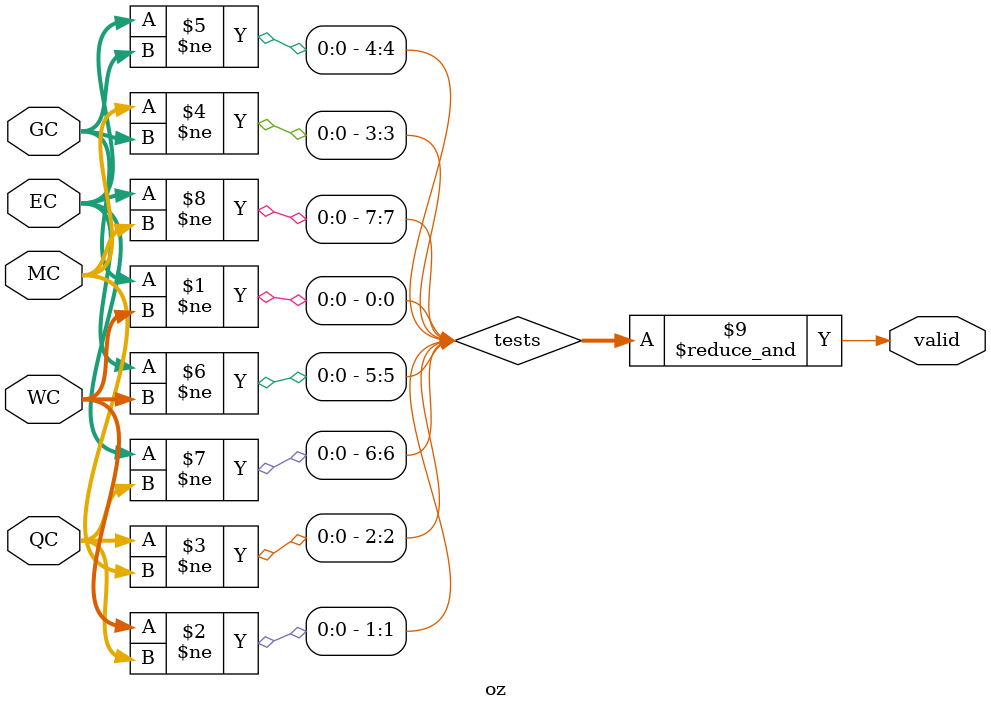
<source format=v>

module oz (GC, WC, QC, MC, EC, valid);
    input [1:0]GC, WC, QC, MC, EC;
    output valid;

    wire [7:0] tests;
    assign tests[0] = GC != WC;
    assign tests[1] = WC != QC;
    assign tests[2] = QC != MC;
    assign tests[3] = MC != GC;
    assign tests[4] = EC != GC;
    assign tests[5] = EC != WC;
    assign tests[6] = EC != QC;
    assign tests[7] = EC != MC;
    assign valid = &tests[7:0];
endmodule

</source>
